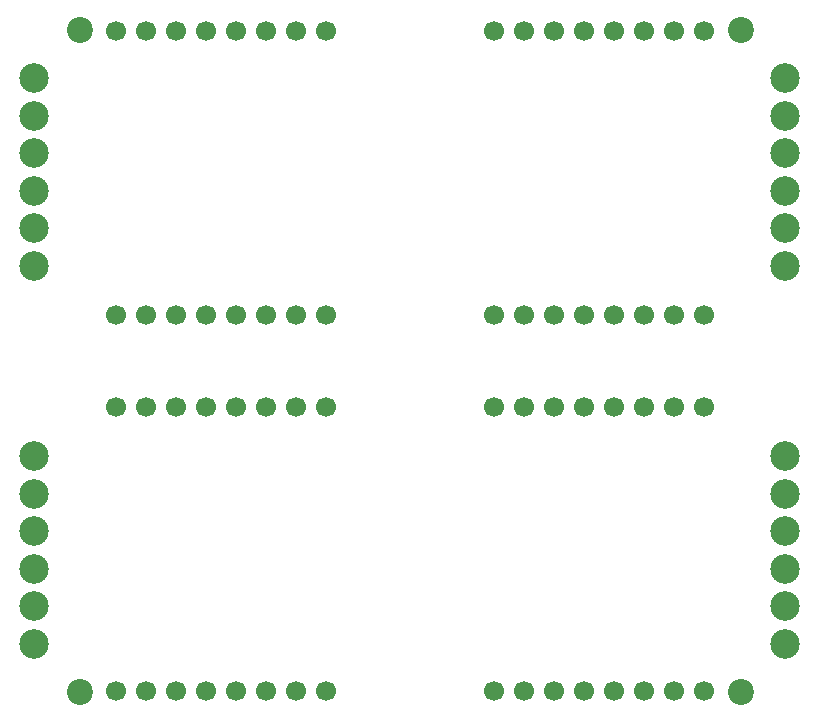
<source format=gts>
G04 #@! TF.GenerationSoftware,KiCad,Pcbnew,(6.0.6)*
G04 #@! TF.CreationDate,2022-10-25T18:49:35+02:00*
G04 #@! TF.ProjectId,matrix_module,6d617472-6978-45f6-9d6f-64756c652e6b,rev?*
G04 #@! TF.SameCoordinates,Original*
G04 #@! TF.FileFunction,Soldermask,Top*
G04 #@! TF.FilePolarity,Negative*
%FSLAX46Y46*%
G04 Gerber Fmt 4.6, Leading zero omitted, Abs format (unit mm)*
G04 Created by KiCad (PCBNEW (6.0.6)) date 2022-10-25 18:49:35*
%MOMM*%
%LPD*%
G01*
G04 APERTURE LIST*
%ADD10C,2.200000*%
%ADD11C,1.700000*%
%ADD12C,2.500000*%
G04 APERTURE END LIST*
D10*
X4000000Y-28000000D03*
X4000000Y28000000D03*
X60000000Y-28000000D03*
D11*
X7110000Y3920000D03*
X9650000Y3920000D03*
X12190000Y3920000D03*
X14730000Y3920000D03*
X17270000Y3920000D03*
X19810000Y3920000D03*
X22350000Y3920000D03*
X24890000Y3920000D03*
X24890000Y27920000D03*
X22350000Y27920000D03*
X19810000Y27920000D03*
X17270000Y27920000D03*
X14730000Y27920000D03*
X12190000Y27920000D03*
X9650000Y27920000D03*
X7110000Y27920000D03*
X24890000Y-3920000D03*
X22350000Y-3920000D03*
X19810000Y-3920000D03*
X17270000Y-3920000D03*
X14730000Y-3920000D03*
X12190000Y-3920000D03*
X9650000Y-3920000D03*
X7110000Y-3920000D03*
X7110000Y-27920000D03*
X9650000Y-27920000D03*
X12190000Y-27920000D03*
X14730000Y-27920000D03*
X17270000Y-27920000D03*
X19810000Y-27920000D03*
X22350000Y-27920000D03*
X24890000Y-27920000D03*
X39110000Y3920000D03*
X41650000Y3920000D03*
X44190000Y3920000D03*
X46730000Y3920000D03*
X49270000Y3920000D03*
X51810000Y3920000D03*
X54350000Y3920000D03*
X56890000Y3920000D03*
X56890000Y27920000D03*
X54350000Y27920000D03*
X51810000Y27920000D03*
X49270000Y27920000D03*
X46730000Y27920000D03*
X44190000Y27920000D03*
X41650000Y27920000D03*
X39110000Y27920000D03*
X56890000Y-3920000D03*
X54350000Y-3920000D03*
X51810000Y-3920000D03*
X49270000Y-3920000D03*
X46730000Y-3920000D03*
X44190000Y-3920000D03*
X41650000Y-3920000D03*
X39110000Y-3920000D03*
X39110000Y-27920000D03*
X41650000Y-27920000D03*
X44190000Y-27920000D03*
X46730000Y-27920000D03*
X49270000Y-27920000D03*
X51810000Y-27920000D03*
X54350000Y-27920000D03*
X56890000Y-27920000D03*
D10*
X60000000Y28000000D03*
D12*
X63760000Y23937500D03*
X63760000Y20762500D03*
X63760000Y17587500D03*
X63760000Y14412500D03*
X63760000Y11237500D03*
X63760000Y8062500D03*
X160000Y-8062500D03*
X160000Y-11237500D03*
X160000Y-14412500D03*
X160000Y-17587500D03*
X160000Y-20762500D03*
X160000Y-23937500D03*
X160000Y23937500D03*
X160000Y20762500D03*
X160000Y17587500D03*
X160000Y14412500D03*
X160000Y11237500D03*
X160000Y8062500D03*
X63760000Y-8062500D03*
X63760000Y-11237500D03*
X63760000Y-14412500D03*
X63760000Y-17587500D03*
X63760000Y-20762500D03*
X63760000Y-23937500D03*
M02*

</source>
